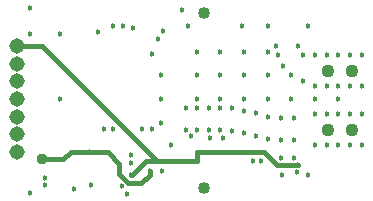
<source format=gbr>
G04 EAGLE Gerber RS-274X export*
G75*
%MOMM*%
%FSLAX34Y34*%
%LPD*%
%INCopper Layer 15*%
%IPPOS*%
%AMOC8*
5,1,8,0,0,1.08239X$1,22.5*%
G01*
%ADD10C,1.016000*%
%ADD11C,1.108000*%
%ADD12C,0.958000*%
%ADD13C,1.308000*%
%ADD14C,0.454000*%
%ADD15C,0.406400*%


D10*
X162500Y155500D03*
X162500Y8000D03*
D11*
X268000Y57000D03*
X288000Y57000D03*
D12*
X25500Y32000D03*
D11*
X288000Y107000D03*
X268000Y107000D03*
D13*
X4000Y38000D03*
X4000Y53000D03*
X4000Y68000D03*
X4000Y83000D03*
X4000Y98000D03*
X4000Y113000D03*
X4000Y128000D03*
D14*
X236500Y83000D03*
X156500Y123000D03*
X176500Y123000D03*
X196500Y123000D03*
X216500Y123000D03*
X216500Y103000D03*
X196500Y103000D03*
X176500Y103000D03*
X156500Y103000D03*
X156500Y83000D03*
X176500Y83000D03*
X196500Y83000D03*
X216500Y83000D03*
X256500Y83000D03*
X276500Y83000D03*
X126500Y83000D03*
X126500Y103000D03*
X126500Y63000D03*
X156500Y75000D03*
X176500Y75000D03*
X196500Y73000D03*
X216500Y68000D03*
X239000Y67000D03*
X196500Y54500D03*
X176500Y57000D03*
X156500Y57000D03*
X216500Y49500D03*
X256500Y70000D03*
X276500Y70000D03*
X276500Y44000D03*
X256500Y44000D03*
X276500Y94000D03*
X256500Y94000D03*
X228000Y67000D03*
X206500Y71000D03*
X186500Y75000D03*
X166500Y75000D03*
X186500Y56000D03*
X206500Y51500D03*
X166500Y57000D03*
X147500Y75000D03*
X147500Y57000D03*
X266500Y70000D03*
X266500Y44000D03*
X286500Y44000D03*
X286500Y70000D03*
X286500Y94000D03*
X266500Y94000D03*
X266500Y120000D03*
X276500Y120000D03*
X286500Y120000D03*
X296500Y94000D03*
X296500Y70000D03*
X296500Y120000D03*
X296500Y44000D03*
X236500Y103000D03*
X225500Y120000D03*
X229500Y111000D03*
X246500Y98000D03*
X256500Y120000D03*
X246500Y120000D03*
X242500Y128000D03*
X223500Y128000D03*
X102500Y143000D03*
X41000Y138000D03*
X15000Y160500D03*
X144000Y158000D03*
X195000Y145000D03*
X217000Y145000D03*
X251000Y144500D03*
X251000Y18500D03*
X40500Y83000D03*
X97500Y3000D03*
X228000Y48500D03*
X239000Y48500D03*
X15000Y138000D03*
X15000Y3500D03*
X228500Y18500D03*
X128000Y140500D03*
X28000Y10000D03*
X123500Y133500D03*
X28000Y16500D03*
X78000Y57500D03*
X167500Y50000D03*
X178500Y50000D03*
X86000Y57500D03*
X94000Y144500D03*
X86000Y144500D03*
X100500Y29000D03*
X204060Y30897D03*
X101000Y18590D03*
D15*
X157000Y38000D02*
X213500Y38000D01*
X157000Y30500D02*
X123000Y30500D01*
X213500Y38000D02*
X224104Y27396D01*
X113910Y30500D02*
X102000Y18590D01*
X101000Y18590D01*
D14*
X52868Y6548D03*
X157000Y30500D03*
D15*
X157000Y38000D01*
X224104Y27396D02*
X242179Y27396D01*
D14*
X242179Y27396D03*
D15*
X123000Y30500D02*
X25500Y128000D01*
X4000Y128000D01*
X113910Y30500D02*
X123000Y30500D01*
D14*
X72500Y139500D03*
X118500Y121000D03*
X211000Y30500D03*
X110500Y57500D03*
X67000Y10500D03*
X93000Y9500D03*
X134900Y44262D03*
X100500Y35500D03*
X127500Y22000D03*
X117000Y22000D03*
X66500Y38000D03*
D15*
X49620Y38000D01*
X43620Y32000D02*
X25500Y32000D01*
X43620Y32000D02*
X49620Y38000D01*
X109518Y11518D02*
X117000Y19000D01*
X117000Y22000D01*
X109518Y11518D02*
X98692Y11518D01*
X98572Y11638D02*
X98572Y11808D01*
X98572Y11638D02*
X98692Y11518D01*
X98572Y11808D02*
X91000Y19380D01*
X81000Y38000D02*
X66500Y38000D01*
X81000Y38000D02*
X91000Y28000D01*
X91000Y19380D01*
D14*
X152000Y52000D03*
X241540Y21500D03*
X239000Y33000D03*
X149000Y144500D03*
X118500Y57500D03*
X228000Y33000D03*
M02*

</source>
